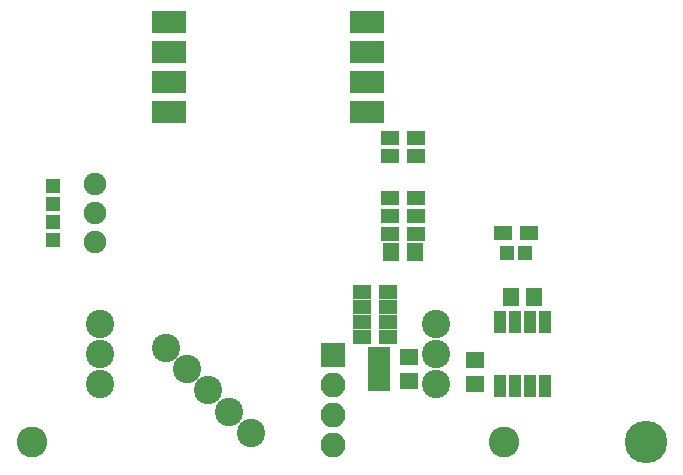
<source format=gts>
G04 #@! TF.FileFunction,Soldermask,Top*
%FSLAX46Y46*%
G04 Gerber Fmt 4.6, Leading zero omitted, Abs format (unit mm)*
G04 Created by KiCad (PCBNEW 4.0.6) date 03/12/17 16:14:44*
%MOMM*%
%LPD*%
G01*
G04 APERTURE LIST*
%ADD10C,0.100000*%
%ADD11C,2.600000*%
%ADD12R,1.650000X1.400000*%
%ADD13R,1.400000X1.650000*%
%ADD14R,1.150000X1.200000*%
%ADD15C,2.400000*%
%ADD16R,1.600000X1.300000*%
%ADD17R,1.000000X1.950000*%
%ADD18C,1.900000*%
%ADD19R,1.200000X1.200000*%
%ADD20R,2.100000X2.100000*%
%ADD21O,2.100000X2.100000*%
%ADD22C,3.600000*%
%ADD23R,2.940000X1.920000*%
%ADD24R,1.924000X1.924000*%
G04 APERTURE END LIST*
D10*
D11*
X95000000Y-92000000D03*
D12*
X92526000Y-87030000D03*
X92526000Y-85030000D03*
X86938000Y-84760000D03*
X86938000Y-86760000D03*
D13*
X97574000Y-79680000D03*
X95574000Y-79680000D03*
D14*
X56839000Y-70294000D03*
X56839000Y-71794000D03*
X56839000Y-74842000D03*
X56839000Y-73342000D03*
D15*
X89224000Y-87046000D03*
X89224000Y-84506000D03*
X89224000Y-81966000D03*
X60776000Y-87046000D03*
X60776000Y-84506000D03*
X60776000Y-81966000D03*
D16*
X94912000Y-74295000D03*
X97112000Y-74295000D03*
X85136972Y-79294740D03*
X82936972Y-79294740D03*
X85136972Y-80564739D03*
X82936972Y-80564739D03*
X85136973Y-81834738D03*
X82936973Y-81834738D03*
X85136973Y-83104740D03*
X82936973Y-83104740D03*
D17*
X98495000Y-81806000D03*
X97225000Y-81806000D03*
X95955000Y-81806000D03*
X94685000Y-81806000D03*
X94685000Y-87206000D03*
X95955000Y-87206000D03*
X97225000Y-87206000D03*
X98495000Y-87206000D03*
D18*
X60395000Y-70128000D03*
X60395000Y-72568000D03*
X60395000Y-75008000D03*
D13*
X87430000Y-75870000D03*
X85430000Y-75870000D03*
D19*
X96812000Y-75946000D03*
X95212000Y-75946000D03*
D20*
X80518000Y-84582000D03*
D21*
X80518000Y-87122000D03*
X80518000Y-89662000D03*
X80518000Y-92202000D03*
D15*
X66364000Y-83998000D03*
X68160051Y-85794051D03*
X69956102Y-87590102D03*
X71752153Y-89386153D03*
X73548204Y-91182204D03*
D16*
X87530000Y-66218000D03*
X85330000Y-66218000D03*
X87530000Y-67742000D03*
X85330000Y-67742000D03*
X87530000Y-71298000D03*
X85330000Y-71298000D03*
X87530000Y-72822000D03*
X85330000Y-72822000D03*
X87530000Y-74346000D03*
X85330000Y-74346000D03*
D22*
X107000000Y-92000000D03*
D23*
X66620000Y-56439000D03*
X66618000Y-58979000D03*
X66618000Y-61519000D03*
X66618000Y-64059000D03*
X83378000Y-61519000D03*
X83380000Y-56439000D03*
X83378000Y-58979000D03*
X83378000Y-64059000D03*
D24*
X84398000Y-84836200D03*
X84398000Y-86715800D03*
D11*
X55000000Y-92000000D03*
M02*

</source>
